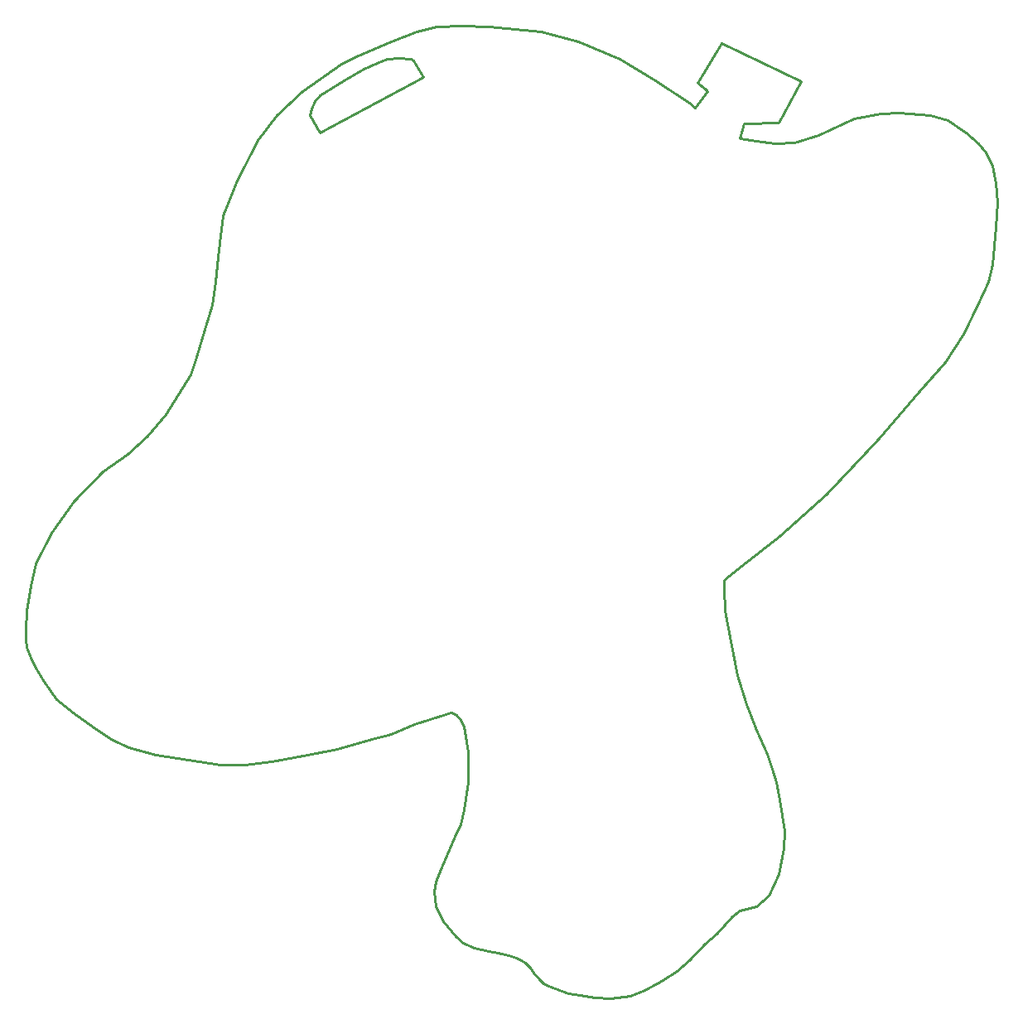
<source format=gbr>
G04 EAGLE Gerber RS-274X export*
G75*
%MOMM*%
%FSLAX34Y34*%
%LPD*%
%IN*%
%IPPOS*%
%AMOC8*
5,1,8,0,0,1.08239X$1,22.5*%
G01*
%ADD10C,0.254000*%


D10*
X2540Y369570D02*
X3810Y361950D01*
X7620Y350520D01*
X12700Y340360D01*
X20320Y327660D01*
X34290Y308610D01*
X50800Y294640D01*
X72390Y279400D01*
X90170Y267970D01*
X107950Y259080D01*
X135890Y251460D01*
X201930Y241300D01*
X226060Y241300D01*
X254000Y245110D01*
X290830Y251460D01*
X321310Y257810D01*
X353060Y266700D01*
X375920Y273050D01*
X400050Y283210D01*
X431800Y293370D01*
X436880Y294640D01*
X438150Y294640D01*
X443230Y292100D01*
X447040Y287020D01*
X450850Y280670D01*
X453390Y265430D01*
X454660Y254000D01*
X454660Y223520D01*
X452120Y207010D01*
X450850Y195580D01*
X447040Y180340D01*
X441960Y170180D01*
X426720Y134620D01*
X421640Y121920D01*
X420370Y111760D01*
X421640Y96520D01*
X429260Y81280D01*
X441960Y66040D01*
X449580Y59690D01*
X461010Y54610D01*
X476250Y50800D01*
X485140Y49530D01*
X496570Y46990D01*
X504190Y44450D01*
X509270Y41910D01*
X513080Y39370D01*
X518160Y34290D01*
X521970Y29210D01*
X528320Y21590D01*
X532130Y17780D01*
X537210Y15240D01*
X557530Y7620D01*
X568960Y6350D01*
X584200Y3810D01*
X600710Y2540D01*
X621030Y5080D01*
X635000Y11430D01*
X647700Y17780D01*
X654050Y21590D01*
X668020Y30480D01*
X680720Y41910D01*
X697230Y58420D01*
X708660Y68580D01*
X725170Y86360D01*
X732790Y92710D01*
X749300Y96520D01*
X762000Y107950D01*
X772160Y129540D01*
X777240Y156210D01*
X778510Y173990D01*
X773430Y205740D01*
X769620Y223520D01*
X765810Y237490D01*
X760730Y252730D01*
X749300Y276860D01*
X739140Y303530D01*
X730250Y332740D01*
X723900Y363220D01*
X717550Y398780D01*
X716280Y421640D01*
X716280Y430530D01*
X721360Y434340D01*
X734060Y444500D01*
X773430Y474980D01*
X821690Y518160D01*
X875030Y575310D01*
X915670Y622300D01*
X942340Y652780D01*
X961390Y681990D01*
X975360Y711200D01*
X986790Y735330D01*
X990600Y753110D01*
X994410Y791210D01*
X995680Y816610D01*
X994410Y835660D01*
X990600Y853440D01*
X984250Y867410D01*
X976630Y876300D01*
X963930Y887730D01*
X944880Y900430D01*
X927100Y905510D01*
X895350Y908050D01*
X876300Y906780D01*
X849630Y901700D01*
X838200Y896620D01*
X812800Y885190D01*
X788670Y877570D01*
X768350Y876300D01*
X749300Y878840D01*
X732790Y881380D01*
X736600Y896620D01*
X772160Y897890D01*
X795020Y939800D01*
X713740Y979170D01*
X689610Y938530D01*
X697230Y932180D01*
X699770Y929640D01*
X687070Y913130D01*
X680720Y918210D01*
X646430Y941070D01*
X609600Y962660D01*
X567690Y980440D01*
X529590Y990600D01*
X476250Y995680D01*
X448310Y996950D01*
X422910Y995680D01*
X402590Y990600D01*
X375920Y980440D01*
X340360Y965200D01*
X325120Y957580D01*
X285750Y929640D01*
X259080Y905510D01*
X240030Y880110D01*
X218440Y838200D01*
X204470Y802640D01*
X200660Y774700D01*
X199390Y760730D01*
X196850Y735330D01*
X193040Y711200D01*
X186690Y689610D01*
X176530Y655320D01*
X171450Y640080D01*
X146050Y599440D01*
X127000Y577850D01*
X106680Y558800D01*
X81280Y541020D01*
X52070Y510540D01*
X29210Y478790D01*
X12700Y447040D01*
X7620Y424180D01*
X3810Y398780D01*
X2540Y378460D01*
X2540Y369570D01*
X293370Y905510D02*
X303276Y886968D01*
X408686Y944118D01*
X398780Y961390D01*
X396240Y962660D01*
X384810Y963930D01*
X372110Y962660D01*
X361950Y958850D01*
X347980Y952500D01*
X327660Y941070D01*
X303530Y925830D01*
X298450Y919480D01*
X294640Y911860D01*
X293370Y905510D01*
M02*

</source>
